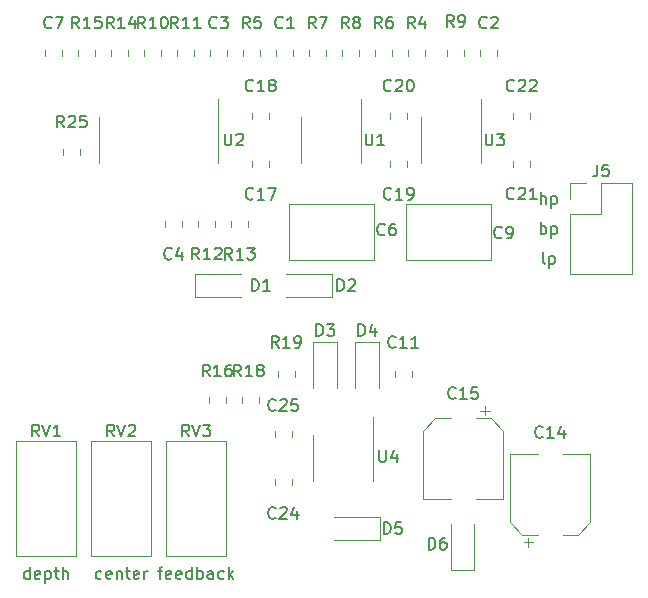
<source format=gbr>
G04 #@! TF.GenerationSoftware,KiCad,Pcbnew,5.1.6-c6e7f7d~87~ubuntu18.04.1*
G04 #@! TF.CreationDate,2020-08-18T13:39:28-04:00*
G04 #@! TF.ProjectId,2164SVF,32313634-5356-4462-9e6b-696361645f70,0*
G04 #@! TF.SameCoordinates,Original*
G04 #@! TF.FileFunction,Legend,Top*
G04 #@! TF.FilePolarity,Positive*
%FSLAX46Y46*%
G04 Gerber Fmt 4.6, Leading zero omitted, Abs format (unit mm)*
G04 Created by KiCad (PCBNEW 5.1.6-c6e7f7d~87~ubuntu18.04.1) date 2020-08-18 13:39:28*
%MOMM*%
%LPD*%
G01*
G04 APERTURE LIST*
%ADD10C,0.150000*%
%ADD11C,0.120000*%
G04 APERTURE END LIST*
D10*
X108521904Y-115355714D02*
X108902857Y-115355714D01*
X108664761Y-116022380D02*
X108664761Y-115165238D01*
X108712380Y-115070000D01*
X108807619Y-115022380D01*
X108902857Y-115022380D01*
X109617142Y-115974761D02*
X109521904Y-116022380D01*
X109331428Y-116022380D01*
X109236190Y-115974761D01*
X109188571Y-115879523D01*
X109188571Y-115498571D01*
X109236190Y-115403333D01*
X109331428Y-115355714D01*
X109521904Y-115355714D01*
X109617142Y-115403333D01*
X109664761Y-115498571D01*
X109664761Y-115593809D01*
X109188571Y-115689047D01*
X110474285Y-115974761D02*
X110379047Y-116022380D01*
X110188571Y-116022380D01*
X110093333Y-115974761D01*
X110045714Y-115879523D01*
X110045714Y-115498571D01*
X110093333Y-115403333D01*
X110188571Y-115355714D01*
X110379047Y-115355714D01*
X110474285Y-115403333D01*
X110521904Y-115498571D01*
X110521904Y-115593809D01*
X110045714Y-115689047D01*
X111379047Y-116022380D02*
X111379047Y-115022380D01*
X111379047Y-115974761D02*
X111283809Y-116022380D01*
X111093333Y-116022380D01*
X110998095Y-115974761D01*
X110950476Y-115927142D01*
X110902857Y-115831904D01*
X110902857Y-115546190D01*
X110950476Y-115450952D01*
X110998095Y-115403333D01*
X111093333Y-115355714D01*
X111283809Y-115355714D01*
X111379047Y-115403333D01*
X111855238Y-116022380D02*
X111855238Y-115022380D01*
X111855238Y-115403333D02*
X111950476Y-115355714D01*
X112140952Y-115355714D01*
X112236190Y-115403333D01*
X112283809Y-115450952D01*
X112331428Y-115546190D01*
X112331428Y-115831904D01*
X112283809Y-115927142D01*
X112236190Y-115974761D01*
X112140952Y-116022380D01*
X111950476Y-116022380D01*
X111855238Y-115974761D01*
X113188571Y-116022380D02*
X113188571Y-115498571D01*
X113140952Y-115403333D01*
X113045714Y-115355714D01*
X112855238Y-115355714D01*
X112760000Y-115403333D01*
X113188571Y-115974761D02*
X113093333Y-116022380D01*
X112855238Y-116022380D01*
X112760000Y-115974761D01*
X112712380Y-115879523D01*
X112712380Y-115784285D01*
X112760000Y-115689047D01*
X112855238Y-115641428D01*
X113093333Y-115641428D01*
X113188571Y-115593809D01*
X114093333Y-115974761D02*
X113998095Y-116022380D01*
X113807619Y-116022380D01*
X113712380Y-115974761D01*
X113664761Y-115927142D01*
X113617142Y-115831904D01*
X113617142Y-115546190D01*
X113664761Y-115450952D01*
X113712380Y-115403333D01*
X113807619Y-115355714D01*
X113998095Y-115355714D01*
X114093333Y-115403333D01*
X114521904Y-116022380D02*
X114521904Y-115022380D01*
X114617142Y-115641428D02*
X114902857Y-116022380D01*
X114902857Y-115355714D02*
X114521904Y-115736666D01*
X103743333Y-115974761D02*
X103648095Y-116022380D01*
X103457619Y-116022380D01*
X103362380Y-115974761D01*
X103314761Y-115927142D01*
X103267142Y-115831904D01*
X103267142Y-115546190D01*
X103314761Y-115450952D01*
X103362380Y-115403333D01*
X103457619Y-115355714D01*
X103648095Y-115355714D01*
X103743333Y-115403333D01*
X104552857Y-115974761D02*
X104457619Y-116022380D01*
X104267142Y-116022380D01*
X104171904Y-115974761D01*
X104124285Y-115879523D01*
X104124285Y-115498571D01*
X104171904Y-115403333D01*
X104267142Y-115355714D01*
X104457619Y-115355714D01*
X104552857Y-115403333D01*
X104600476Y-115498571D01*
X104600476Y-115593809D01*
X104124285Y-115689047D01*
X105029047Y-115355714D02*
X105029047Y-116022380D01*
X105029047Y-115450952D02*
X105076666Y-115403333D01*
X105171904Y-115355714D01*
X105314761Y-115355714D01*
X105410000Y-115403333D01*
X105457619Y-115498571D01*
X105457619Y-116022380D01*
X105790952Y-115355714D02*
X106171904Y-115355714D01*
X105933809Y-115022380D02*
X105933809Y-115879523D01*
X105981428Y-115974761D01*
X106076666Y-116022380D01*
X106171904Y-116022380D01*
X106886190Y-115974761D02*
X106790952Y-116022380D01*
X106600476Y-116022380D01*
X106505238Y-115974761D01*
X106457619Y-115879523D01*
X106457619Y-115498571D01*
X106505238Y-115403333D01*
X106600476Y-115355714D01*
X106790952Y-115355714D01*
X106886190Y-115403333D01*
X106933809Y-115498571D01*
X106933809Y-115593809D01*
X106457619Y-115689047D01*
X107362380Y-116022380D02*
X107362380Y-115355714D01*
X107362380Y-115546190D02*
X107410000Y-115450952D01*
X107457619Y-115403333D01*
X107552857Y-115355714D01*
X107648095Y-115355714D01*
X97655238Y-116022380D02*
X97655238Y-115022380D01*
X97655238Y-115974761D02*
X97560000Y-116022380D01*
X97369523Y-116022380D01*
X97274285Y-115974761D01*
X97226666Y-115927142D01*
X97179047Y-115831904D01*
X97179047Y-115546190D01*
X97226666Y-115450952D01*
X97274285Y-115403333D01*
X97369523Y-115355714D01*
X97560000Y-115355714D01*
X97655238Y-115403333D01*
X98512380Y-115974761D02*
X98417142Y-116022380D01*
X98226666Y-116022380D01*
X98131428Y-115974761D01*
X98083809Y-115879523D01*
X98083809Y-115498571D01*
X98131428Y-115403333D01*
X98226666Y-115355714D01*
X98417142Y-115355714D01*
X98512380Y-115403333D01*
X98560000Y-115498571D01*
X98560000Y-115593809D01*
X98083809Y-115689047D01*
X98988571Y-115355714D02*
X98988571Y-116355714D01*
X98988571Y-115403333D02*
X99083809Y-115355714D01*
X99274285Y-115355714D01*
X99369523Y-115403333D01*
X99417142Y-115450952D01*
X99464761Y-115546190D01*
X99464761Y-115831904D01*
X99417142Y-115927142D01*
X99369523Y-115974761D01*
X99274285Y-116022380D01*
X99083809Y-116022380D01*
X98988571Y-115974761D01*
X99750476Y-115355714D02*
X100131428Y-115355714D01*
X99893333Y-115022380D02*
X99893333Y-115879523D01*
X99940952Y-115974761D01*
X100036190Y-116022380D01*
X100131428Y-116022380D01*
X100464761Y-116022380D02*
X100464761Y-115022380D01*
X100893333Y-116022380D02*
X100893333Y-115498571D01*
X100845714Y-115403333D01*
X100750476Y-115355714D01*
X100607619Y-115355714D01*
X100512380Y-115403333D01*
X100464761Y-115450952D01*
X141271666Y-89352380D02*
X141176428Y-89304761D01*
X141128809Y-89209523D01*
X141128809Y-88352380D01*
X141652619Y-88685714D02*
X141652619Y-89685714D01*
X141652619Y-88733333D02*
X141747857Y-88685714D01*
X141938333Y-88685714D01*
X142033571Y-88733333D01*
X142081190Y-88780952D01*
X142128809Y-88876190D01*
X142128809Y-89161904D01*
X142081190Y-89257142D01*
X142033571Y-89304761D01*
X141938333Y-89352380D01*
X141747857Y-89352380D01*
X141652619Y-89304761D01*
X140938333Y-86812380D02*
X140938333Y-85812380D01*
X140938333Y-86193333D02*
X141033571Y-86145714D01*
X141224047Y-86145714D01*
X141319285Y-86193333D01*
X141366904Y-86240952D01*
X141414523Y-86336190D01*
X141414523Y-86621904D01*
X141366904Y-86717142D01*
X141319285Y-86764761D01*
X141224047Y-86812380D01*
X141033571Y-86812380D01*
X140938333Y-86764761D01*
X141843095Y-86145714D02*
X141843095Y-87145714D01*
X141843095Y-86193333D02*
X141938333Y-86145714D01*
X142128809Y-86145714D01*
X142224047Y-86193333D01*
X142271666Y-86240952D01*
X142319285Y-86336190D01*
X142319285Y-86621904D01*
X142271666Y-86717142D01*
X142224047Y-86764761D01*
X142128809Y-86812380D01*
X141938333Y-86812380D01*
X141843095Y-86764761D01*
X140938333Y-84272380D02*
X140938333Y-83272380D01*
X141366904Y-84272380D02*
X141366904Y-83748571D01*
X141319285Y-83653333D01*
X141224047Y-83605714D01*
X141081190Y-83605714D01*
X140985952Y-83653333D01*
X140938333Y-83700952D01*
X141843095Y-83605714D02*
X141843095Y-84605714D01*
X141843095Y-83653333D02*
X141938333Y-83605714D01*
X142128809Y-83605714D01*
X142224047Y-83653333D01*
X142271666Y-83700952D01*
X142319285Y-83796190D01*
X142319285Y-84081904D01*
X142271666Y-84177142D01*
X142224047Y-84224761D01*
X142128809Y-84272380D01*
X141938333Y-84272380D01*
X141843095Y-84224761D01*
D11*
X143450000Y-90230000D02*
X148650000Y-90230000D01*
X143450000Y-85090000D02*
X143450000Y-90230000D01*
X148650000Y-82490000D02*
X148650000Y-90230000D01*
X143450000Y-85090000D02*
X146050000Y-85090000D01*
X146050000Y-85090000D02*
X146050000Y-82490000D01*
X146050000Y-82490000D02*
X148650000Y-82490000D01*
X143450000Y-83820000D02*
X143450000Y-82490000D01*
X143450000Y-82490000D02*
X144780000Y-82490000D01*
X114290000Y-104335000D02*
X114290000Y-114105000D01*
X109220000Y-104335000D02*
X109220000Y-114105000D01*
X114290000Y-104335000D02*
X109220000Y-104335000D01*
X114290000Y-114105000D02*
X109220000Y-114105000D01*
X107940000Y-104335000D02*
X107940000Y-114105000D01*
X102870000Y-104335000D02*
X102870000Y-114105000D01*
X107940000Y-104335000D02*
X102870000Y-104335000D01*
X107940000Y-114105000D02*
X102870000Y-114105000D01*
X101590000Y-104335000D02*
X101590000Y-114105000D01*
X96520000Y-104335000D02*
X96520000Y-114105000D01*
X101590000Y-104335000D02*
X96520000Y-104335000D01*
X101590000Y-114105000D02*
X96520000Y-114105000D01*
X130956000Y-109234000D02*
X133306000Y-109234000D01*
X137776000Y-109234000D02*
X135426000Y-109234000D01*
X137776000Y-103478437D02*
X137776000Y-109234000D01*
X130956000Y-103478437D02*
X130956000Y-109234000D01*
X132020437Y-102414000D02*
X133306000Y-102414000D01*
X136711563Y-102414000D02*
X135426000Y-102414000D01*
X136711563Y-102414000D02*
X137776000Y-103478437D01*
X132020437Y-102414000D02*
X130956000Y-103478437D01*
X136213500Y-101386500D02*
X136213500Y-102174000D01*
X136607250Y-101780250D02*
X135819750Y-101780250D01*
X145142000Y-105462000D02*
X142792000Y-105462000D01*
X138322000Y-105462000D02*
X140672000Y-105462000D01*
X138322000Y-111217563D02*
X138322000Y-105462000D01*
X145142000Y-111217563D02*
X145142000Y-105462000D01*
X144077563Y-112282000D02*
X142792000Y-112282000D01*
X139386437Y-112282000D02*
X140672000Y-112282000D01*
X139386437Y-112282000D02*
X138322000Y-111217563D01*
X144077563Y-112282000D02*
X145142000Y-111217563D01*
X139884500Y-113309500D02*
X139884500Y-112522000D01*
X139490750Y-112915750D02*
X140278250Y-112915750D01*
X129516000Y-88984000D02*
X129516000Y-84244000D01*
X136756000Y-88984000D02*
X136756000Y-84244000D01*
X136756000Y-84244000D02*
X129516000Y-84244000D01*
X136756000Y-88984000D02*
X129516000Y-88984000D01*
X119610000Y-88984000D02*
X119610000Y-84244000D01*
X126850000Y-88984000D02*
X126850000Y-84244000D01*
X126850000Y-84244000D02*
X119610000Y-84244000D01*
X126850000Y-88984000D02*
X119610000Y-88984000D01*
X121646000Y-105791000D02*
X121646000Y-107741000D01*
X121646000Y-105791000D02*
X121646000Y-103841000D01*
X126766000Y-105791000D02*
X126766000Y-107741000D01*
X126766000Y-105791000D02*
X126766000Y-102341000D01*
X130790000Y-78867000D02*
X130790000Y-80817000D01*
X130790000Y-78867000D02*
X130790000Y-76917000D01*
X135910000Y-78867000D02*
X135910000Y-80817000D01*
X135910000Y-78867000D02*
X135910000Y-75417000D01*
X103525000Y-78867000D02*
X103525000Y-80817000D01*
X103525000Y-78867000D02*
X103525000Y-76917000D01*
X113645000Y-78867000D02*
X113645000Y-80817000D01*
X113645000Y-78867000D02*
X113645000Y-75417000D01*
X120630000Y-78867000D02*
X120630000Y-80817000D01*
X120630000Y-78867000D02*
X120630000Y-76917000D01*
X125750000Y-78867000D02*
X125750000Y-80817000D01*
X125750000Y-78867000D02*
X125750000Y-75417000D01*
X100509000Y-80144252D02*
X100509000Y-79621748D01*
X101929000Y-80144252D02*
X101929000Y-79621748D01*
X120090000Y-98417748D02*
X120090000Y-98940252D01*
X118670000Y-98417748D02*
X118670000Y-98940252D01*
X117042000Y-100585748D02*
X117042000Y-101108252D01*
X115622000Y-100585748D02*
X115622000Y-101108252D01*
X114248000Y-100576748D02*
X114248000Y-101099252D01*
X112828000Y-100576748D02*
X112828000Y-101099252D01*
X103199000Y-71239748D02*
X103199000Y-71762252D01*
X101779000Y-71239748D02*
X101779000Y-71762252D01*
X104573000Y-71753252D02*
X104573000Y-71230748D01*
X105993000Y-71753252D02*
X105993000Y-71230748D01*
X114733000Y-86249252D02*
X114733000Y-85726748D01*
X116153000Y-86249252D02*
X116153000Y-85726748D01*
X111939000Y-86240252D02*
X111939000Y-85717748D01*
X113359000Y-86240252D02*
X113359000Y-85717748D01*
X111581000Y-71230748D02*
X111581000Y-71753252D01*
X110161000Y-71230748D02*
X110161000Y-71753252D01*
X107367000Y-71753252D02*
X107367000Y-71230748D01*
X108787000Y-71753252D02*
X108787000Y-71230748D01*
X134441000Y-71239748D02*
X134441000Y-71762252D01*
X133021000Y-71239748D02*
X133021000Y-71762252D01*
X125551000Y-71230748D02*
X125551000Y-71753252D01*
X124131000Y-71230748D02*
X124131000Y-71753252D01*
X122757000Y-71230748D02*
X122757000Y-71753252D01*
X121337000Y-71230748D02*
X121337000Y-71753252D01*
X128345000Y-71230748D02*
X128345000Y-71753252D01*
X126925000Y-71230748D02*
X126925000Y-71753252D01*
X117169000Y-71239748D02*
X117169000Y-71762252D01*
X115749000Y-71239748D02*
X115749000Y-71762252D01*
X129719000Y-71762252D02*
X129719000Y-71239748D01*
X131139000Y-71762252D02*
X131139000Y-71239748D01*
X133315200Y-115304400D02*
X135315200Y-115304400D01*
X135315200Y-115304400D02*
X135315200Y-111404400D01*
X133315200Y-115304400D02*
X133315200Y-111404400D01*
X127346000Y-112760000D02*
X127346000Y-110760000D01*
X127346000Y-110760000D02*
X123446000Y-110760000D01*
X127346000Y-112760000D02*
X123446000Y-112760000D01*
X127238000Y-95921000D02*
X125238000Y-95921000D01*
X125238000Y-95921000D02*
X125238000Y-99821000D01*
X127238000Y-95921000D02*
X127238000Y-99821000D01*
X123682000Y-95921000D02*
X121682000Y-95921000D01*
X121682000Y-95921000D02*
X121682000Y-99821000D01*
X123682000Y-95921000D02*
X123682000Y-99821000D01*
X123280000Y-92186000D02*
X123280000Y-90186000D01*
X123280000Y-90186000D02*
X119380000Y-90186000D01*
X123280000Y-92186000D02*
X119380000Y-92186000D01*
X111670000Y-90186000D02*
X111670000Y-92186000D01*
X111670000Y-92186000D02*
X115570000Y-92186000D01*
X111670000Y-90186000D02*
X115570000Y-90186000D01*
X119836000Y-103497748D02*
X119836000Y-104020252D01*
X118416000Y-103497748D02*
X118416000Y-104020252D01*
X119836000Y-107561748D02*
X119836000Y-108084252D01*
X118416000Y-107561748D02*
X118416000Y-108084252D01*
X140029000Y-76564748D02*
X140029000Y-77087252D01*
X138609000Y-76564748D02*
X138609000Y-77087252D01*
X140029000Y-80646748D02*
X140029000Y-81169252D01*
X138609000Y-80646748D02*
X138609000Y-81169252D01*
X129615000Y-76564748D02*
X129615000Y-77087252D01*
X128195000Y-76564748D02*
X128195000Y-77087252D01*
X129615000Y-80646748D02*
X129615000Y-81169252D01*
X128195000Y-80646748D02*
X128195000Y-81169252D01*
X117931000Y-76573748D02*
X117931000Y-77096252D01*
X116511000Y-76573748D02*
X116511000Y-77096252D01*
X117931000Y-80646748D02*
X117931000Y-81169252D01*
X116511000Y-80646748D02*
X116511000Y-81169252D01*
X129996000Y-98417748D02*
X129996000Y-98940252D01*
X128576000Y-98417748D02*
X128576000Y-98940252D01*
X100405000Y-71230748D02*
X100405000Y-71753252D01*
X98985000Y-71230748D02*
X98985000Y-71753252D01*
X109145000Y-86249252D02*
X109145000Y-85726748D01*
X110565000Y-86249252D02*
X110565000Y-85726748D01*
X114375000Y-71230748D02*
X114375000Y-71753252D01*
X112955000Y-71230748D02*
X112955000Y-71753252D01*
X137235000Y-71230748D02*
X137235000Y-71753252D01*
X135815000Y-71230748D02*
X135815000Y-71753252D01*
X119963000Y-71230748D02*
X119963000Y-71753252D01*
X118543000Y-71230748D02*
X118543000Y-71753252D01*
D10*
X145716666Y-80942380D02*
X145716666Y-81656666D01*
X145669047Y-81799523D01*
X145573809Y-81894761D01*
X145430952Y-81942380D01*
X145335714Y-81942380D01*
X146669047Y-80942380D02*
X146192857Y-80942380D01*
X146145238Y-81418571D01*
X146192857Y-81370952D01*
X146288095Y-81323333D01*
X146526190Y-81323333D01*
X146621428Y-81370952D01*
X146669047Y-81418571D01*
X146716666Y-81513809D01*
X146716666Y-81751904D01*
X146669047Y-81847142D01*
X146621428Y-81894761D01*
X146526190Y-81942380D01*
X146288095Y-81942380D01*
X146192857Y-81894761D01*
X146145238Y-81847142D01*
X111164761Y-103957380D02*
X110831428Y-103481190D01*
X110593333Y-103957380D02*
X110593333Y-102957380D01*
X110974285Y-102957380D01*
X111069523Y-103005000D01*
X111117142Y-103052619D01*
X111164761Y-103147857D01*
X111164761Y-103290714D01*
X111117142Y-103385952D01*
X111069523Y-103433571D01*
X110974285Y-103481190D01*
X110593333Y-103481190D01*
X111450476Y-102957380D02*
X111783809Y-103957380D01*
X112117142Y-102957380D01*
X112355238Y-102957380D02*
X112974285Y-102957380D01*
X112640952Y-103338333D01*
X112783809Y-103338333D01*
X112879047Y-103385952D01*
X112926666Y-103433571D01*
X112974285Y-103528809D01*
X112974285Y-103766904D01*
X112926666Y-103862142D01*
X112879047Y-103909761D01*
X112783809Y-103957380D01*
X112498095Y-103957380D01*
X112402857Y-103909761D01*
X112355238Y-103862142D01*
X104814761Y-103957380D02*
X104481428Y-103481190D01*
X104243333Y-103957380D02*
X104243333Y-102957380D01*
X104624285Y-102957380D01*
X104719523Y-103005000D01*
X104767142Y-103052619D01*
X104814761Y-103147857D01*
X104814761Y-103290714D01*
X104767142Y-103385952D01*
X104719523Y-103433571D01*
X104624285Y-103481190D01*
X104243333Y-103481190D01*
X105100476Y-102957380D02*
X105433809Y-103957380D01*
X105767142Y-102957380D01*
X106052857Y-103052619D02*
X106100476Y-103005000D01*
X106195714Y-102957380D01*
X106433809Y-102957380D01*
X106529047Y-103005000D01*
X106576666Y-103052619D01*
X106624285Y-103147857D01*
X106624285Y-103243095D01*
X106576666Y-103385952D01*
X106005238Y-103957380D01*
X106624285Y-103957380D01*
X98464761Y-103957380D02*
X98131428Y-103481190D01*
X97893333Y-103957380D02*
X97893333Y-102957380D01*
X98274285Y-102957380D01*
X98369523Y-103005000D01*
X98417142Y-103052619D01*
X98464761Y-103147857D01*
X98464761Y-103290714D01*
X98417142Y-103385952D01*
X98369523Y-103433571D01*
X98274285Y-103481190D01*
X97893333Y-103481190D01*
X98750476Y-102957380D02*
X99083809Y-103957380D01*
X99417142Y-102957380D01*
X100274285Y-103957380D02*
X99702857Y-103957380D01*
X99988571Y-103957380D02*
X99988571Y-102957380D01*
X99893333Y-103100238D01*
X99798095Y-103195476D01*
X99702857Y-103243095D01*
X133723142Y-100687142D02*
X133675523Y-100734761D01*
X133532666Y-100782380D01*
X133437428Y-100782380D01*
X133294571Y-100734761D01*
X133199333Y-100639523D01*
X133151714Y-100544285D01*
X133104095Y-100353809D01*
X133104095Y-100210952D01*
X133151714Y-100020476D01*
X133199333Y-99925238D01*
X133294571Y-99830000D01*
X133437428Y-99782380D01*
X133532666Y-99782380D01*
X133675523Y-99830000D01*
X133723142Y-99877619D01*
X134675523Y-100782380D02*
X134104095Y-100782380D01*
X134389809Y-100782380D02*
X134389809Y-99782380D01*
X134294571Y-99925238D01*
X134199333Y-100020476D01*
X134104095Y-100068095D01*
X135580285Y-99782380D02*
X135104095Y-99782380D01*
X135056476Y-100258571D01*
X135104095Y-100210952D01*
X135199333Y-100163333D01*
X135437428Y-100163333D01*
X135532666Y-100210952D01*
X135580285Y-100258571D01*
X135627904Y-100353809D01*
X135627904Y-100591904D01*
X135580285Y-100687142D01*
X135532666Y-100734761D01*
X135437428Y-100782380D01*
X135199333Y-100782380D01*
X135104095Y-100734761D01*
X135056476Y-100687142D01*
X141089142Y-103989142D02*
X141041523Y-104036761D01*
X140898666Y-104084380D01*
X140803428Y-104084380D01*
X140660571Y-104036761D01*
X140565333Y-103941523D01*
X140517714Y-103846285D01*
X140470095Y-103655809D01*
X140470095Y-103512952D01*
X140517714Y-103322476D01*
X140565333Y-103227238D01*
X140660571Y-103132000D01*
X140803428Y-103084380D01*
X140898666Y-103084380D01*
X141041523Y-103132000D01*
X141089142Y-103179619D01*
X142041523Y-104084380D02*
X141470095Y-104084380D01*
X141755809Y-104084380D02*
X141755809Y-103084380D01*
X141660571Y-103227238D01*
X141565333Y-103322476D01*
X141470095Y-103370095D01*
X142898666Y-103417714D02*
X142898666Y-104084380D01*
X142660571Y-103036761D02*
X142422476Y-103751047D01*
X143041523Y-103751047D01*
X137628333Y-87098142D02*
X137580714Y-87145761D01*
X137437857Y-87193380D01*
X137342619Y-87193380D01*
X137199761Y-87145761D01*
X137104523Y-87050523D01*
X137056904Y-86955285D01*
X137009285Y-86764809D01*
X137009285Y-86621952D01*
X137056904Y-86431476D01*
X137104523Y-86336238D01*
X137199761Y-86241000D01*
X137342619Y-86193380D01*
X137437857Y-86193380D01*
X137580714Y-86241000D01*
X137628333Y-86288619D01*
X138104523Y-87193380D02*
X138295000Y-87193380D01*
X138390238Y-87145761D01*
X138437857Y-87098142D01*
X138533095Y-86955285D01*
X138580714Y-86764809D01*
X138580714Y-86383857D01*
X138533095Y-86288619D01*
X138485476Y-86241000D01*
X138390238Y-86193380D01*
X138199761Y-86193380D01*
X138104523Y-86241000D01*
X138056904Y-86288619D01*
X138009285Y-86383857D01*
X138009285Y-86621952D01*
X138056904Y-86717190D01*
X138104523Y-86764809D01*
X138199761Y-86812428D01*
X138390238Y-86812428D01*
X138485476Y-86764809D01*
X138533095Y-86717190D01*
X138580714Y-86621952D01*
X127722333Y-86844142D02*
X127674714Y-86891761D01*
X127531857Y-86939380D01*
X127436619Y-86939380D01*
X127293761Y-86891761D01*
X127198523Y-86796523D01*
X127150904Y-86701285D01*
X127103285Y-86510809D01*
X127103285Y-86367952D01*
X127150904Y-86177476D01*
X127198523Y-86082238D01*
X127293761Y-85987000D01*
X127436619Y-85939380D01*
X127531857Y-85939380D01*
X127674714Y-85987000D01*
X127722333Y-86034619D01*
X128579476Y-85939380D02*
X128389000Y-85939380D01*
X128293761Y-85987000D01*
X128246142Y-86034619D01*
X128150904Y-86177476D01*
X128103285Y-86367952D01*
X128103285Y-86748904D01*
X128150904Y-86844142D01*
X128198523Y-86891761D01*
X128293761Y-86939380D01*
X128484238Y-86939380D01*
X128579476Y-86891761D01*
X128627095Y-86844142D01*
X128674714Y-86748904D01*
X128674714Y-86510809D01*
X128627095Y-86415571D01*
X128579476Y-86367952D01*
X128484238Y-86320333D01*
X128293761Y-86320333D01*
X128198523Y-86367952D01*
X128150904Y-86415571D01*
X128103285Y-86510809D01*
X127254095Y-105116380D02*
X127254095Y-105925904D01*
X127301714Y-106021142D01*
X127349333Y-106068761D01*
X127444571Y-106116380D01*
X127635047Y-106116380D01*
X127730285Y-106068761D01*
X127777904Y-106021142D01*
X127825523Y-105925904D01*
X127825523Y-105116380D01*
X128730285Y-105449714D02*
X128730285Y-106116380D01*
X128492190Y-105068761D02*
X128254095Y-105783047D01*
X128873142Y-105783047D01*
X136271095Y-78319380D02*
X136271095Y-79128904D01*
X136318714Y-79224142D01*
X136366333Y-79271761D01*
X136461571Y-79319380D01*
X136652047Y-79319380D01*
X136747285Y-79271761D01*
X136794904Y-79224142D01*
X136842523Y-79128904D01*
X136842523Y-78319380D01*
X137223476Y-78319380D02*
X137842523Y-78319380D01*
X137509190Y-78700333D01*
X137652047Y-78700333D01*
X137747285Y-78747952D01*
X137794904Y-78795571D01*
X137842523Y-78890809D01*
X137842523Y-79128904D01*
X137794904Y-79224142D01*
X137747285Y-79271761D01*
X137652047Y-79319380D01*
X137366333Y-79319380D01*
X137271095Y-79271761D01*
X137223476Y-79224142D01*
X114173095Y-78319380D02*
X114173095Y-79128904D01*
X114220714Y-79224142D01*
X114268333Y-79271761D01*
X114363571Y-79319380D01*
X114554047Y-79319380D01*
X114649285Y-79271761D01*
X114696904Y-79224142D01*
X114744523Y-79128904D01*
X114744523Y-78319380D01*
X115173095Y-78414619D02*
X115220714Y-78367000D01*
X115315952Y-78319380D01*
X115554047Y-78319380D01*
X115649285Y-78367000D01*
X115696904Y-78414619D01*
X115744523Y-78509857D01*
X115744523Y-78605095D01*
X115696904Y-78747952D01*
X115125476Y-79319380D01*
X115744523Y-79319380D01*
X126111095Y-78319380D02*
X126111095Y-79128904D01*
X126158714Y-79224142D01*
X126206333Y-79271761D01*
X126301571Y-79319380D01*
X126492047Y-79319380D01*
X126587285Y-79271761D01*
X126634904Y-79224142D01*
X126682523Y-79128904D01*
X126682523Y-78319380D01*
X127682523Y-79319380D02*
X127111095Y-79319380D01*
X127396809Y-79319380D02*
X127396809Y-78319380D01*
X127301571Y-78462238D01*
X127206333Y-78557476D01*
X127111095Y-78605095D01*
X100576142Y-77795380D02*
X100242809Y-77319190D01*
X100004714Y-77795380D02*
X100004714Y-76795380D01*
X100385666Y-76795380D01*
X100480904Y-76843000D01*
X100528523Y-76890619D01*
X100576142Y-76985857D01*
X100576142Y-77128714D01*
X100528523Y-77223952D01*
X100480904Y-77271571D01*
X100385666Y-77319190D01*
X100004714Y-77319190D01*
X100957095Y-76890619D02*
X101004714Y-76843000D01*
X101099952Y-76795380D01*
X101338047Y-76795380D01*
X101433285Y-76843000D01*
X101480904Y-76890619D01*
X101528523Y-76985857D01*
X101528523Y-77081095D01*
X101480904Y-77223952D01*
X100909476Y-77795380D01*
X101528523Y-77795380D01*
X102433285Y-76795380D02*
X101957095Y-76795380D01*
X101909476Y-77271571D01*
X101957095Y-77223952D01*
X102052333Y-77176333D01*
X102290428Y-77176333D01*
X102385666Y-77223952D01*
X102433285Y-77271571D01*
X102480904Y-77366809D01*
X102480904Y-77604904D01*
X102433285Y-77700142D01*
X102385666Y-77747761D01*
X102290428Y-77795380D01*
X102052333Y-77795380D01*
X101957095Y-77747761D01*
X101909476Y-77700142D01*
X118737142Y-96464380D02*
X118403809Y-95988190D01*
X118165714Y-96464380D02*
X118165714Y-95464380D01*
X118546666Y-95464380D01*
X118641904Y-95512000D01*
X118689523Y-95559619D01*
X118737142Y-95654857D01*
X118737142Y-95797714D01*
X118689523Y-95892952D01*
X118641904Y-95940571D01*
X118546666Y-95988190D01*
X118165714Y-95988190D01*
X119689523Y-96464380D02*
X119118095Y-96464380D01*
X119403809Y-96464380D02*
X119403809Y-95464380D01*
X119308571Y-95607238D01*
X119213333Y-95702476D01*
X119118095Y-95750095D01*
X120165714Y-96464380D02*
X120356190Y-96464380D01*
X120451428Y-96416761D01*
X120499047Y-96369142D01*
X120594285Y-96226285D01*
X120641904Y-96035809D01*
X120641904Y-95654857D01*
X120594285Y-95559619D01*
X120546666Y-95512000D01*
X120451428Y-95464380D01*
X120260952Y-95464380D01*
X120165714Y-95512000D01*
X120118095Y-95559619D01*
X120070476Y-95654857D01*
X120070476Y-95892952D01*
X120118095Y-95988190D01*
X120165714Y-96035809D01*
X120260952Y-96083428D01*
X120451428Y-96083428D01*
X120546666Y-96035809D01*
X120594285Y-95988190D01*
X120641904Y-95892952D01*
X115562142Y-98877380D02*
X115228809Y-98401190D01*
X114990714Y-98877380D02*
X114990714Y-97877380D01*
X115371666Y-97877380D01*
X115466904Y-97925000D01*
X115514523Y-97972619D01*
X115562142Y-98067857D01*
X115562142Y-98210714D01*
X115514523Y-98305952D01*
X115466904Y-98353571D01*
X115371666Y-98401190D01*
X114990714Y-98401190D01*
X116514523Y-98877380D02*
X115943095Y-98877380D01*
X116228809Y-98877380D02*
X116228809Y-97877380D01*
X116133571Y-98020238D01*
X116038333Y-98115476D01*
X115943095Y-98163095D01*
X117085952Y-98305952D02*
X116990714Y-98258333D01*
X116943095Y-98210714D01*
X116895476Y-98115476D01*
X116895476Y-98067857D01*
X116943095Y-97972619D01*
X116990714Y-97925000D01*
X117085952Y-97877380D01*
X117276428Y-97877380D01*
X117371666Y-97925000D01*
X117419285Y-97972619D01*
X117466904Y-98067857D01*
X117466904Y-98115476D01*
X117419285Y-98210714D01*
X117371666Y-98258333D01*
X117276428Y-98305952D01*
X117085952Y-98305952D01*
X116990714Y-98353571D01*
X116943095Y-98401190D01*
X116895476Y-98496428D01*
X116895476Y-98686904D01*
X116943095Y-98782142D01*
X116990714Y-98829761D01*
X117085952Y-98877380D01*
X117276428Y-98877380D01*
X117371666Y-98829761D01*
X117419285Y-98782142D01*
X117466904Y-98686904D01*
X117466904Y-98496428D01*
X117419285Y-98401190D01*
X117371666Y-98353571D01*
X117276428Y-98305952D01*
X112895142Y-98877380D02*
X112561809Y-98401190D01*
X112323714Y-98877380D02*
X112323714Y-97877380D01*
X112704666Y-97877380D01*
X112799904Y-97925000D01*
X112847523Y-97972619D01*
X112895142Y-98067857D01*
X112895142Y-98210714D01*
X112847523Y-98305952D01*
X112799904Y-98353571D01*
X112704666Y-98401190D01*
X112323714Y-98401190D01*
X113847523Y-98877380D02*
X113276095Y-98877380D01*
X113561809Y-98877380D02*
X113561809Y-97877380D01*
X113466571Y-98020238D01*
X113371333Y-98115476D01*
X113276095Y-98163095D01*
X114704666Y-97877380D02*
X114514190Y-97877380D01*
X114418952Y-97925000D01*
X114371333Y-97972619D01*
X114276095Y-98115476D01*
X114228476Y-98305952D01*
X114228476Y-98686904D01*
X114276095Y-98782142D01*
X114323714Y-98829761D01*
X114418952Y-98877380D01*
X114609428Y-98877380D01*
X114704666Y-98829761D01*
X114752285Y-98782142D01*
X114799904Y-98686904D01*
X114799904Y-98448809D01*
X114752285Y-98353571D01*
X114704666Y-98305952D01*
X114609428Y-98258333D01*
X114418952Y-98258333D01*
X114323714Y-98305952D01*
X114276095Y-98353571D01*
X114228476Y-98448809D01*
X101846142Y-69413380D02*
X101512809Y-68937190D01*
X101274714Y-69413380D02*
X101274714Y-68413380D01*
X101655666Y-68413380D01*
X101750904Y-68461000D01*
X101798523Y-68508619D01*
X101846142Y-68603857D01*
X101846142Y-68746714D01*
X101798523Y-68841952D01*
X101750904Y-68889571D01*
X101655666Y-68937190D01*
X101274714Y-68937190D01*
X102798523Y-69413380D02*
X102227095Y-69413380D01*
X102512809Y-69413380D02*
X102512809Y-68413380D01*
X102417571Y-68556238D01*
X102322333Y-68651476D01*
X102227095Y-68699095D01*
X103703285Y-68413380D02*
X103227095Y-68413380D01*
X103179476Y-68889571D01*
X103227095Y-68841952D01*
X103322333Y-68794333D01*
X103560428Y-68794333D01*
X103655666Y-68841952D01*
X103703285Y-68889571D01*
X103750904Y-68984809D01*
X103750904Y-69222904D01*
X103703285Y-69318142D01*
X103655666Y-69365761D01*
X103560428Y-69413380D01*
X103322333Y-69413380D01*
X103227095Y-69365761D01*
X103179476Y-69318142D01*
X104767142Y-69404380D02*
X104433809Y-68928190D01*
X104195714Y-69404380D02*
X104195714Y-68404380D01*
X104576666Y-68404380D01*
X104671904Y-68452000D01*
X104719523Y-68499619D01*
X104767142Y-68594857D01*
X104767142Y-68737714D01*
X104719523Y-68832952D01*
X104671904Y-68880571D01*
X104576666Y-68928190D01*
X104195714Y-68928190D01*
X105719523Y-69404380D02*
X105148095Y-69404380D01*
X105433809Y-69404380D02*
X105433809Y-68404380D01*
X105338571Y-68547238D01*
X105243333Y-68642476D01*
X105148095Y-68690095D01*
X106576666Y-68737714D02*
X106576666Y-69404380D01*
X106338571Y-68356761D02*
X106100476Y-69071047D01*
X106719523Y-69071047D01*
X114800142Y-88980380D02*
X114466809Y-88504190D01*
X114228714Y-88980380D02*
X114228714Y-87980380D01*
X114609666Y-87980380D01*
X114704904Y-88028000D01*
X114752523Y-88075619D01*
X114800142Y-88170857D01*
X114800142Y-88313714D01*
X114752523Y-88408952D01*
X114704904Y-88456571D01*
X114609666Y-88504190D01*
X114228714Y-88504190D01*
X115752523Y-88980380D02*
X115181095Y-88980380D01*
X115466809Y-88980380D02*
X115466809Y-87980380D01*
X115371571Y-88123238D01*
X115276333Y-88218476D01*
X115181095Y-88266095D01*
X116085857Y-87980380D02*
X116704904Y-87980380D01*
X116371571Y-88361333D01*
X116514428Y-88361333D01*
X116609666Y-88408952D01*
X116657285Y-88456571D01*
X116704904Y-88551809D01*
X116704904Y-88789904D01*
X116657285Y-88885142D01*
X116609666Y-88932761D01*
X116514428Y-88980380D01*
X116228714Y-88980380D01*
X116133476Y-88932761D01*
X116085857Y-88885142D01*
X112006142Y-88971380D02*
X111672809Y-88495190D01*
X111434714Y-88971380D02*
X111434714Y-87971380D01*
X111815666Y-87971380D01*
X111910904Y-88019000D01*
X111958523Y-88066619D01*
X112006142Y-88161857D01*
X112006142Y-88304714D01*
X111958523Y-88399952D01*
X111910904Y-88447571D01*
X111815666Y-88495190D01*
X111434714Y-88495190D01*
X112958523Y-88971380D02*
X112387095Y-88971380D01*
X112672809Y-88971380D02*
X112672809Y-87971380D01*
X112577571Y-88114238D01*
X112482333Y-88209476D01*
X112387095Y-88257095D01*
X113339476Y-88066619D02*
X113387095Y-88019000D01*
X113482333Y-87971380D01*
X113720428Y-87971380D01*
X113815666Y-88019000D01*
X113863285Y-88066619D01*
X113910904Y-88161857D01*
X113910904Y-88257095D01*
X113863285Y-88399952D01*
X113291857Y-88971380D01*
X113910904Y-88971380D01*
X110228142Y-69404380D02*
X109894809Y-68928190D01*
X109656714Y-69404380D02*
X109656714Y-68404380D01*
X110037666Y-68404380D01*
X110132904Y-68452000D01*
X110180523Y-68499619D01*
X110228142Y-68594857D01*
X110228142Y-68737714D01*
X110180523Y-68832952D01*
X110132904Y-68880571D01*
X110037666Y-68928190D01*
X109656714Y-68928190D01*
X111180523Y-69404380D02*
X110609095Y-69404380D01*
X110894809Y-69404380D02*
X110894809Y-68404380D01*
X110799571Y-68547238D01*
X110704333Y-68642476D01*
X110609095Y-68690095D01*
X112132904Y-69404380D02*
X111561476Y-69404380D01*
X111847190Y-69404380D02*
X111847190Y-68404380D01*
X111751952Y-68547238D01*
X111656714Y-68642476D01*
X111561476Y-68690095D01*
X107434142Y-69404380D02*
X107100809Y-68928190D01*
X106862714Y-69404380D02*
X106862714Y-68404380D01*
X107243666Y-68404380D01*
X107338904Y-68452000D01*
X107386523Y-68499619D01*
X107434142Y-68594857D01*
X107434142Y-68737714D01*
X107386523Y-68832952D01*
X107338904Y-68880571D01*
X107243666Y-68928190D01*
X106862714Y-68928190D01*
X108386523Y-69404380D02*
X107815095Y-69404380D01*
X108100809Y-69404380D02*
X108100809Y-68404380D01*
X108005571Y-68547238D01*
X107910333Y-68642476D01*
X107815095Y-68690095D01*
X109005571Y-68404380D02*
X109100809Y-68404380D01*
X109196047Y-68452000D01*
X109243666Y-68499619D01*
X109291285Y-68594857D01*
X109338904Y-68785333D01*
X109338904Y-69023428D01*
X109291285Y-69213904D01*
X109243666Y-69309142D01*
X109196047Y-69356761D01*
X109100809Y-69404380D01*
X109005571Y-69404380D01*
X108910333Y-69356761D01*
X108862714Y-69309142D01*
X108815095Y-69213904D01*
X108767476Y-69023428D01*
X108767476Y-68785333D01*
X108815095Y-68594857D01*
X108862714Y-68499619D01*
X108910333Y-68452000D01*
X109005571Y-68404380D01*
X133564333Y-69286380D02*
X133231000Y-68810190D01*
X132992904Y-69286380D02*
X132992904Y-68286380D01*
X133373857Y-68286380D01*
X133469095Y-68334000D01*
X133516714Y-68381619D01*
X133564333Y-68476857D01*
X133564333Y-68619714D01*
X133516714Y-68714952D01*
X133469095Y-68762571D01*
X133373857Y-68810190D01*
X132992904Y-68810190D01*
X134040523Y-69286380D02*
X134231000Y-69286380D01*
X134326238Y-69238761D01*
X134373857Y-69191142D01*
X134469095Y-69048285D01*
X134516714Y-68857809D01*
X134516714Y-68476857D01*
X134469095Y-68381619D01*
X134421476Y-68334000D01*
X134326238Y-68286380D01*
X134135761Y-68286380D01*
X134040523Y-68334000D01*
X133992904Y-68381619D01*
X133945285Y-68476857D01*
X133945285Y-68714952D01*
X133992904Y-68810190D01*
X134040523Y-68857809D01*
X134135761Y-68905428D01*
X134326238Y-68905428D01*
X134421476Y-68857809D01*
X134469095Y-68810190D01*
X134516714Y-68714952D01*
X124674333Y-69404380D02*
X124341000Y-68928190D01*
X124102904Y-69404380D02*
X124102904Y-68404380D01*
X124483857Y-68404380D01*
X124579095Y-68452000D01*
X124626714Y-68499619D01*
X124674333Y-68594857D01*
X124674333Y-68737714D01*
X124626714Y-68832952D01*
X124579095Y-68880571D01*
X124483857Y-68928190D01*
X124102904Y-68928190D01*
X125245761Y-68832952D02*
X125150523Y-68785333D01*
X125102904Y-68737714D01*
X125055285Y-68642476D01*
X125055285Y-68594857D01*
X125102904Y-68499619D01*
X125150523Y-68452000D01*
X125245761Y-68404380D01*
X125436238Y-68404380D01*
X125531476Y-68452000D01*
X125579095Y-68499619D01*
X125626714Y-68594857D01*
X125626714Y-68642476D01*
X125579095Y-68737714D01*
X125531476Y-68785333D01*
X125436238Y-68832952D01*
X125245761Y-68832952D01*
X125150523Y-68880571D01*
X125102904Y-68928190D01*
X125055285Y-69023428D01*
X125055285Y-69213904D01*
X125102904Y-69309142D01*
X125150523Y-69356761D01*
X125245761Y-69404380D01*
X125436238Y-69404380D01*
X125531476Y-69356761D01*
X125579095Y-69309142D01*
X125626714Y-69213904D01*
X125626714Y-69023428D01*
X125579095Y-68928190D01*
X125531476Y-68880571D01*
X125436238Y-68832952D01*
X121880333Y-69404380D02*
X121547000Y-68928190D01*
X121308904Y-69404380D02*
X121308904Y-68404380D01*
X121689857Y-68404380D01*
X121785095Y-68452000D01*
X121832714Y-68499619D01*
X121880333Y-68594857D01*
X121880333Y-68737714D01*
X121832714Y-68832952D01*
X121785095Y-68880571D01*
X121689857Y-68928190D01*
X121308904Y-68928190D01*
X122213666Y-68404380D02*
X122880333Y-68404380D01*
X122451761Y-69404380D01*
X127468333Y-69404380D02*
X127135000Y-68928190D01*
X126896904Y-69404380D02*
X126896904Y-68404380D01*
X127277857Y-68404380D01*
X127373095Y-68452000D01*
X127420714Y-68499619D01*
X127468333Y-68594857D01*
X127468333Y-68737714D01*
X127420714Y-68832952D01*
X127373095Y-68880571D01*
X127277857Y-68928190D01*
X126896904Y-68928190D01*
X128325476Y-68404380D02*
X128135000Y-68404380D01*
X128039761Y-68452000D01*
X127992142Y-68499619D01*
X127896904Y-68642476D01*
X127849285Y-68832952D01*
X127849285Y-69213904D01*
X127896904Y-69309142D01*
X127944523Y-69356761D01*
X128039761Y-69404380D01*
X128230238Y-69404380D01*
X128325476Y-69356761D01*
X128373095Y-69309142D01*
X128420714Y-69213904D01*
X128420714Y-68975809D01*
X128373095Y-68880571D01*
X128325476Y-68832952D01*
X128230238Y-68785333D01*
X128039761Y-68785333D01*
X127944523Y-68832952D01*
X127896904Y-68880571D01*
X127849285Y-68975809D01*
X116292333Y-69413380D02*
X115959000Y-68937190D01*
X115720904Y-69413380D02*
X115720904Y-68413380D01*
X116101857Y-68413380D01*
X116197095Y-68461000D01*
X116244714Y-68508619D01*
X116292333Y-68603857D01*
X116292333Y-68746714D01*
X116244714Y-68841952D01*
X116197095Y-68889571D01*
X116101857Y-68937190D01*
X115720904Y-68937190D01*
X117197095Y-68413380D02*
X116720904Y-68413380D01*
X116673285Y-68889571D01*
X116720904Y-68841952D01*
X116816142Y-68794333D01*
X117054238Y-68794333D01*
X117149476Y-68841952D01*
X117197095Y-68889571D01*
X117244714Y-68984809D01*
X117244714Y-69222904D01*
X117197095Y-69318142D01*
X117149476Y-69365761D01*
X117054238Y-69413380D01*
X116816142Y-69413380D01*
X116720904Y-69365761D01*
X116673285Y-69318142D01*
X130262333Y-69413380D02*
X129929000Y-68937190D01*
X129690904Y-69413380D02*
X129690904Y-68413380D01*
X130071857Y-68413380D01*
X130167095Y-68461000D01*
X130214714Y-68508619D01*
X130262333Y-68603857D01*
X130262333Y-68746714D01*
X130214714Y-68841952D01*
X130167095Y-68889571D01*
X130071857Y-68937190D01*
X129690904Y-68937190D01*
X131119476Y-68746714D02*
X131119476Y-69413380D01*
X130881380Y-68365761D02*
X130643285Y-69080047D01*
X131262333Y-69080047D01*
X131443504Y-113533180D02*
X131443504Y-112533180D01*
X131681600Y-112533180D01*
X131824457Y-112580800D01*
X131919695Y-112676038D01*
X131967314Y-112771276D01*
X132014933Y-112961752D01*
X132014933Y-113104609D01*
X131967314Y-113295085D01*
X131919695Y-113390323D01*
X131824457Y-113485561D01*
X131681600Y-113533180D01*
X131443504Y-113533180D01*
X132872076Y-112533180D02*
X132681600Y-112533180D01*
X132586361Y-112580800D01*
X132538742Y-112628419D01*
X132443504Y-112771276D01*
X132395885Y-112961752D01*
X132395885Y-113342704D01*
X132443504Y-113437942D01*
X132491123Y-113485561D01*
X132586361Y-113533180D01*
X132776838Y-113533180D01*
X132872076Y-113485561D01*
X132919695Y-113437942D01*
X132967314Y-113342704D01*
X132967314Y-113104609D01*
X132919695Y-113009371D01*
X132872076Y-112961752D01*
X132776838Y-112914133D01*
X132586361Y-112914133D01*
X132491123Y-112961752D01*
X132443504Y-113009371D01*
X132395885Y-113104609D01*
X127659904Y-112212380D02*
X127659904Y-111212380D01*
X127898000Y-111212380D01*
X128040857Y-111260000D01*
X128136095Y-111355238D01*
X128183714Y-111450476D01*
X128231333Y-111640952D01*
X128231333Y-111783809D01*
X128183714Y-111974285D01*
X128136095Y-112069523D01*
X128040857Y-112164761D01*
X127898000Y-112212380D01*
X127659904Y-112212380D01*
X129136095Y-111212380D02*
X128659904Y-111212380D01*
X128612285Y-111688571D01*
X128659904Y-111640952D01*
X128755142Y-111593333D01*
X128993238Y-111593333D01*
X129088476Y-111640952D01*
X129136095Y-111688571D01*
X129183714Y-111783809D01*
X129183714Y-112021904D01*
X129136095Y-112117142D01*
X129088476Y-112164761D01*
X128993238Y-112212380D01*
X128755142Y-112212380D01*
X128659904Y-112164761D01*
X128612285Y-112117142D01*
X125499904Y-95448380D02*
X125499904Y-94448380D01*
X125738000Y-94448380D01*
X125880857Y-94496000D01*
X125976095Y-94591238D01*
X126023714Y-94686476D01*
X126071333Y-94876952D01*
X126071333Y-95019809D01*
X126023714Y-95210285D01*
X125976095Y-95305523D01*
X125880857Y-95400761D01*
X125738000Y-95448380D01*
X125499904Y-95448380D01*
X126928476Y-94781714D02*
X126928476Y-95448380D01*
X126690380Y-94400761D02*
X126452285Y-95115047D01*
X127071333Y-95115047D01*
X121943904Y-95448380D02*
X121943904Y-94448380D01*
X122182000Y-94448380D01*
X122324857Y-94496000D01*
X122420095Y-94591238D01*
X122467714Y-94686476D01*
X122515333Y-94876952D01*
X122515333Y-95019809D01*
X122467714Y-95210285D01*
X122420095Y-95305523D01*
X122324857Y-95400761D01*
X122182000Y-95448380D01*
X121943904Y-95448380D01*
X122848666Y-94448380D02*
X123467714Y-94448380D01*
X123134380Y-94829333D01*
X123277238Y-94829333D01*
X123372476Y-94876952D01*
X123420095Y-94924571D01*
X123467714Y-95019809D01*
X123467714Y-95257904D01*
X123420095Y-95353142D01*
X123372476Y-95400761D01*
X123277238Y-95448380D01*
X122991523Y-95448380D01*
X122896285Y-95400761D01*
X122848666Y-95353142D01*
X123721904Y-91638380D02*
X123721904Y-90638380D01*
X123960000Y-90638380D01*
X124102857Y-90686000D01*
X124198095Y-90781238D01*
X124245714Y-90876476D01*
X124293333Y-91066952D01*
X124293333Y-91209809D01*
X124245714Y-91400285D01*
X124198095Y-91495523D01*
X124102857Y-91590761D01*
X123960000Y-91638380D01*
X123721904Y-91638380D01*
X124674285Y-90733619D02*
X124721904Y-90686000D01*
X124817142Y-90638380D01*
X125055238Y-90638380D01*
X125150476Y-90686000D01*
X125198095Y-90733619D01*
X125245714Y-90828857D01*
X125245714Y-90924095D01*
X125198095Y-91066952D01*
X124626666Y-91638380D01*
X125245714Y-91638380D01*
X116483904Y-91638380D02*
X116483904Y-90638380D01*
X116722000Y-90638380D01*
X116864857Y-90686000D01*
X116960095Y-90781238D01*
X117007714Y-90876476D01*
X117055333Y-91066952D01*
X117055333Y-91209809D01*
X117007714Y-91400285D01*
X116960095Y-91495523D01*
X116864857Y-91590761D01*
X116722000Y-91638380D01*
X116483904Y-91638380D01*
X118007714Y-91638380D02*
X117436285Y-91638380D01*
X117722000Y-91638380D02*
X117722000Y-90638380D01*
X117626761Y-90781238D01*
X117531523Y-90876476D01*
X117436285Y-90924095D01*
X118483142Y-101703142D02*
X118435523Y-101750761D01*
X118292666Y-101798380D01*
X118197428Y-101798380D01*
X118054571Y-101750761D01*
X117959333Y-101655523D01*
X117911714Y-101560285D01*
X117864095Y-101369809D01*
X117864095Y-101226952D01*
X117911714Y-101036476D01*
X117959333Y-100941238D01*
X118054571Y-100846000D01*
X118197428Y-100798380D01*
X118292666Y-100798380D01*
X118435523Y-100846000D01*
X118483142Y-100893619D01*
X118864095Y-100893619D02*
X118911714Y-100846000D01*
X119006952Y-100798380D01*
X119245047Y-100798380D01*
X119340285Y-100846000D01*
X119387904Y-100893619D01*
X119435523Y-100988857D01*
X119435523Y-101084095D01*
X119387904Y-101226952D01*
X118816476Y-101798380D01*
X119435523Y-101798380D01*
X120340285Y-100798380D02*
X119864095Y-100798380D01*
X119816476Y-101274571D01*
X119864095Y-101226952D01*
X119959333Y-101179333D01*
X120197428Y-101179333D01*
X120292666Y-101226952D01*
X120340285Y-101274571D01*
X120387904Y-101369809D01*
X120387904Y-101607904D01*
X120340285Y-101703142D01*
X120292666Y-101750761D01*
X120197428Y-101798380D01*
X119959333Y-101798380D01*
X119864095Y-101750761D01*
X119816476Y-101703142D01*
X118483142Y-110847142D02*
X118435523Y-110894761D01*
X118292666Y-110942380D01*
X118197428Y-110942380D01*
X118054571Y-110894761D01*
X117959333Y-110799523D01*
X117911714Y-110704285D01*
X117864095Y-110513809D01*
X117864095Y-110370952D01*
X117911714Y-110180476D01*
X117959333Y-110085238D01*
X118054571Y-109990000D01*
X118197428Y-109942380D01*
X118292666Y-109942380D01*
X118435523Y-109990000D01*
X118483142Y-110037619D01*
X118864095Y-110037619D02*
X118911714Y-109990000D01*
X119006952Y-109942380D01*
X119245047Y-109942380D01*
X119340285Y-109990000D01*
X119387904Y-110037619D01*
X119435523Y-110132857D01*
X119435523Y-110228095D01*
X119387904Y-110370952D01*
X118816476Y-110942380D01*
X119435523Y-110942380D01*
X120292666Y-110275714D02*
X120292666Y-110942380D01*
X120054571Y-109894761D02*
X119816476Y-110609047D01*
X120435523Y-110609047D01*
X138676142Y-74643142D02*
X138628523Y-74690761D01*
X138485666Y-74738380D01*
X138390428Y-74738380D01*
X138247571Y-74690761D01*
X138152333Y-74595523D01*
X138104714Y-74500285D01*
X138057095Y-74309809D01*
X138057095Y-74166952D01*
X138104714Y-73976476D01*
X138152333Y-73881238D01*
X138247571Y-73786000D01*
X138390428Y-73738380D01*
X138485666Y-73738380D01*
X138628523Y-73786000D01*
X138676142Y-73833619D01*
X139057095Y-73833619D02*
X139104714Y-73786000D01*
X139199952Y-73738380D01*
X139438047Y-73738380D01*
X139533285Y-73786000D01*
X139580904Y-73833619D01*
X139628523Y-73928857D01*
X139628523Y-74024095D01*
X139580904Y-74166952D01*
X139009476Y-74738380D01*
X139628523Y-74738380D01*
X140009476Y-73833619D02*
X140057095Y-73786000D01*
X140152333Y-73738380D01*
X140390428Y-73738380D01*
X140485666Y-73786000D01*
X140533285Y-73833619D01*
X140580904Y-73928857D01*
X140580904Y-74024095D01*
X140533285Y-74166952D01*
X139961857Y-74738380D01*
X140580904Y-74738380D01*
X138676142Y-83796142D02*
X138628523Y-83843761D01*
X138485666Y-83891380D01*
X138390428Y-83891380D01*
X138247571Y-83843761D01*
X138152333Y-83748523D01*
X138104714Y-83653285D01*
X138057095Y-83462809D01*
X138057095Y-83319952D01*
X138104714Y-83129476D01*
X138152333Y-83034238D01*
X138247571Y-82939000D01*
X138390428Y-82891380D01*
X138485666Y-82891380D01*
X138628523Y-82939000D01*
X138676142Y-82986619D01*
X139057095Y-82986619D02*
X139104714Y-82939000D01*
X139199952Y-82891380D01*
X139438047Y-82891380D01*
X139533285Y-82939000D01*
X139580904Y-82986619D01*
X139628523Y-83081857D01*
X139628523Y-83177095D01*
X139580904Y-83319952D01*
X139009476Y-83891380D01*
X139628523Y-83891380D01*
X140580904Y-83891380D02*
X140009476Y-83891380D01*
X140295190Y-83891380D02*
X140295190Y-82891380D01*
X140199952Y-83034238D01*
X140104714Y-83129476D01*
X140009476Y-83177095D01*
X128262142Y-74652142D02*
X128214523Y-74699761D01*
X128071666Y-74747380D01*
X127976428Y-74747380D01*
X127833571Y-74699761D01*
X127738333Y-74604523D01*
X127690714Y-74509285D01*
X127643095Y-74318809D01*
X127643095Y-74175952D01*
X127690714Y-73985476D01*
X127738333Y-73890238D01*
X127833571Y-73795000D01*
X127976428Y-73747380D01*
X128071666Y-73747380D01*
X128214523Y-73795000D01*
X128262142Y-73842619D01*
X128643095Y-73842619D02*
X128690714Y-73795000D01*
X128785952Y-73747380D01*
X129024047Y-73747380D01*
X129119285Y-73795000D01*
X129166904Y-73842619D01*
X129214523Y-73937857D01*
X129214523Y-74033095D01*
X129166904Y-74175952D01*
X128595476Y-74747380D01*
X129214523Y-74747380D01*
X129833571Y-73747380D02*
X129928809Y-73747380D01*
X130024047Y-73795000D01*
X130071666Y-73842619D01*
X130119285Y-73937857D01*
X130166904Y-74128333D01*
X130166904Y-74366428D01*
X130119285Y-74556904D01*
X130071666Y-74652142D01*
X130024047Y-74699761D01*
X129928809Y-74747380D01*
X129833571Y-74747380D01*
X129738333Y-74699761D01*
X129690714Y-74652142D01*
X129643095Y-74556904D01*
X129595476Y-74366428D01*
X129595476Y-74128333D01*
X129643095Y-73937857D01*
X129690714Y-73842619D01*
X129738333Y-73795000D01*
X129833571Y-73747380D01*
X128262142Y-83805142D02*
X128214523Y-83852761D01*
X128071666Y-83900380D01*
X127976428Y-83900380D01*
X127833571Y-83852761D01*
X127738333Y-83757523D01*
X127690714Y-83662285D01*
X127643095Y-83471809D01*
X127643095Y-83328952D01*
X127690714Y-83138476D01*
X127738333Y-83043238D01*
X127833571Y-82948000D01*
X127976428Y-82900380D01*
X128071666Y-82900380D01*
X128214523Y-82948000D01*
X128262142Y-82995619D01*
X129214523Y-83900380D02*
X128643095Y-83900380D01*
X128928809Y-83900380D02*
X128928809Y-82900380D01*
X128833571Y-83043238D01*
X128738333Y-83138476D01*
X128643095Y-83186095D01*
X129690714Y-83900380D02*
X129881190Y-83900380D01*
X129976428Y-83852761D01*
X130024047Y-83805142D01*
X130119285Y-83662285D01*
X130166904Y-83471809D01*
X130166904Y-83090857D01*
X130119285Y-82995619D01*
X130071666Y-82948000D01*
X129976428Y-82900380D01*
X129785952Y-82900380D01*
X129690714Y-82948000D01*
X129643095Y-82995619D01*
X129595476Y-83090857D01*
X129595476Y-83328952D01*
X129643095Y-83424190D01*
X129690714Y-83471809D01*
X129785952Y-83519428D01*
X129976428Y-83519428D01*
X130071666Y-83471809D01*
X130119285Y-83424190D01*
X130166904Y-83328952D01*
X116578142Y-74652142D02*
X116530523Y-74699761D01*
X116387666Y-74747380D01*
X116292428Y-74747380D01*
X116149571Y-74699761D01*
X116054333Y-74604523D01*
X116006714Y-74509285D01*
X115959095Y-74318809D01*
X115959095Y-74175952D01*
X116006714Y-73985476D01*
X116054333Y-73890238D01*
X116149571Y-73795000D01*
X116292428Y-73747380D01*
X116387666Y-73747380D01*
X116530523Y-73795000D01*
X116578142Y-73842619D01*
X117530523Y-74747380D02*
X116959095Y-74747380D01*
X117244809Y-74747380D02*
X117244809Y-73747380D01*
X117149571Y-73890238D01*
X117054333Y-73985476D01*
X116959095Y-74033095D01*
X118101952Y-74175952D02*
X118006714Y-74128333D01*
X117959095Y-74080714D01*
X117911476Y-73985476D01*
X117911476Y-73937857D01*
X117959095Y-73842619D01*
X118006714Y-73795000D01*
X118101952Y-73747380D01*
X118292428Y-73747380D01*
X118387666Y-73795000D01*
X118435285Y-73842619D01*
X118482904Y-73937857D01*
X118482904Y-73985476D01*
X118435285Y-74080714D01*
X118387666Y-74128333D01*
X118292428Y-74175952D01*
X118101952Y-74175952D01*
X118006714Y-74223571D01*
X117959095Y-74271190D01*
X117911476Y-74366428D01*
X117911476Y-74556904D01*
X117959095Y-74652142D01*
X118006714Y-74699761D01*
X118101952Y-74747380D01*
X118292428Y-74747380D01*
X118387666Y-74699761D01*
X118435285Y-74652142D01*
X118482904Y-74556904D01*
X118482904Y-74366428D01*
X118435285Y-74271190D01*
X118387666Y-74223571D01*
X118292428Y-74175952D01*
X116578142Y-83805142D02*
X116530523Y-83852761D01*
X116387666Y-83900380D01*
X116292428Y-83900380D01*
X116149571Y-83852761D01*
X116054333Y-83757523D01*
X116006714Y-83662285D01*
X115959095Y-83471809D01*
X115959095Y-83328952D01*
X116006714Y-83138476D01*
X116054333Y-83043238D01*
X116149571Y-82948000D01*
X116292428Y-82900380D01*
X116387666Y-82900380D01*
X116530523Y-82948000D01*
X116578142Y-82995619D01*
X117530523Y-83900380D02*
X116959095Y-83900380D01*
X117244809Y-83900380D02*
X117244809Y-82900380D01*
X117149571Y-83043238D01*
X117054333Y-83138476D01*
X116959095Y-83186095D01*
X117863857Y-82900380D02*
X118530523Y-82900380D01*
X118101952Y-83900380D01*
X128643142Y-96369142D02*
X128595523Y-96416761D01*
X128452666Y-96464380D01*
X128357428Y-96464380D01*
X128214571Y-96416761D01*
X128119333Y-96321523D01*
X128071714Y-96226285D01*
X128024095Y-96035809D01*
X128024095Y-95892952D01*
X128071714Y-95702476D01*
X128119333Y-95607238D01*
X128214571Y-95512000D01*
X128357428Y-95464380D01*
X128452666Y-95464380D01*
X128595523Y-95512000D01*
X128643142Y-95559619D01*
X129595523Y-96464380D02*
X129024095Y-96464380D01*
X129309809Y-96464380D02*
X129309809Y-95464380D01*
X129214571Y-95607238D01*
X129119333Y-95702476D01*
X129024095Y-95750095D01*
X130547904Y-96464380D02*
X129976476Y-96464380D01*
X130262190Y-96464380D02*
X130262190Y-95464380D01*
X130166952Y-95607238D01*
X130071714Y-95702476D01*
X129976476Y-95750095D01*
X99528333Y-69309142D02*
X99480714Y-69356761D01*
X99337857Y-69404380D01*
X99242619Y-69404380D01*
X99099761Y-69356761D01*
X99004523Y-69261523D01*
X98956904Y-69166285D01*
X98909285Y-68975809D01*
X98909285Y-68832952D01*
X98956904Y-68642476D01*
X99004523Y-68547238D01*
X99099761Y-68452000D01*
X99242619Y-68404380D01*
X99337857Y-68404380D01*
X99480714Y-68452000D01*
X99528333Y-68499619D01*
X99861666Y-68404380D02*
X100528333Y-68404380D01*
X100099761Y-69404380D01*
X109688333Y-88885142D02*
X109640714Y-88932761D01*
X109497857Y-88980380D01*
X109402619Y-88980380D01*
X109259761Y-88932761D01*
X109164523Y-88837523D01*
X109116904Y-88742285D01*
X109069285Y-88551809D01*
X109069285Y-88408952D01*
X109116904Y-88218476D01*
X109164523Y-88123238D01*
X109259761Y-88028000D01*
X109402619Y-87980380D01*
X109497857Y-87980380D01*
X109640714Y-88028000D01*
X109688333Y-88075619D01*
X110545476Y-88313714D02*
X110545476Y-88980380D01*
X110307380Y-87932761D02*
X110069285Y-88647047D01*
X110688333Y-88647047D01*
X113498333Y-69309142D02*
X113450714Y-69356761D01*
X113307857Y-69404380D01*
X113212619Y-69404380D01*
X113069761Y-69356761D01*
X112974523Y-69261523D01*
X112926904Y-69166285D01*
X112879285Y-68975809D01*
X112879285Y-68832952D01*
X112926904Y-68642476D01*
X112974523Y-68547238D01*
X113069761Y-68452000D01*
X113212619Y-68404380D01*
X113307857Y-68404380D01*
X113450714Y-68452000D01*
X113498333Y-68499619D01*
X113831666Y-68404380D02*
X114450714Y-68404380D01*
X114117380Y-68785333D01*
X114260238Y-68785333D01*
X114355476Y-68832952D01*
X114403095Y-68880571D01*
X114450714Y-68975809D01*
X114450714Y-69213904D01*
X114403095Y-69309142D01*
X114355476Y-69356761D01*
X114260238Y-69404380D01*
X113974523Y-69404380D01*
X113879285Y-69356761D01*
X113831666Y-69309142D01*
X136358333Y-69309142D02*
X136310714Y-69356761D01*
X136167857Y-69404380D01*
X136072619Y-69404380D01*
X135929761Y-69356761D01*
X135834523Y-69261523D01*
X135786904Y-69166285D01*
X135739285Y-68975809D01*
X135739285Y-68832952D01*
X135786904Y-68642476D01*
X135834523Y-68547238D01*
X135929761Y-68452000D01*
X136072619Y-68404380D01*
X136167857Y-68404380D01*
X136310714Y-68452000D01*
X136358333Y-68499619D01*
X136739285Y-68499619D02*
X136786904Y-68452000D01*
X136882142Y-68404380D01*
X137120238Y-68404380D01*
X137215476Y-68452000D01*
X137263095Y-68499619D01*
X137310714Y-68594857D01*
X137310714Y-68690095D01*
X137263095Y-68832952D01*
X136691666Y-69404380D01*
X137310714Y-69404380D01*
X119086333Y-69309142D02*
X119038714Y-69356761D01*
X118895857Y-69404380D01*
X118800619Y-69404380D01*
X118657761Y-69356761D01*
X118562523Y-69261523D01*
X118514904Y-69166285D01*
X118467285Y-68975809D01*
X118467285Y-68832952D01*
X118514904Y-68642476D01*
X118562523Y-68547238D01*
X118657761Y-68452000D01*
X118800619Y-68404380D01*
X118895857Y-68404380D01*
X119038714Y-68452000D01*
X119086333Y-68499619D01*
X120038714Y-69404380D02*
X119467285Y-69404380D01*
X119753000Y-69404380D02*
X119753000Y-68404380D01*
X119657761Y-68547238D01*
X119562523Y-68642476D01*
X119467285Y-68690095D01*
M02*

</source>
